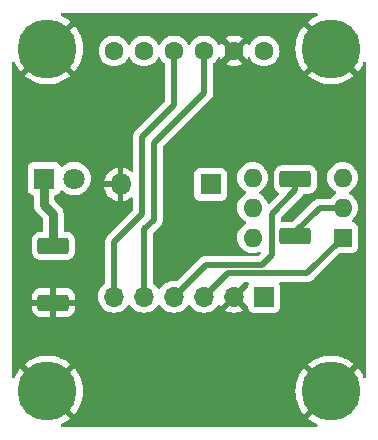
<source format=gbr>
%TF.GenerationSoftware,KiCad,Pcbnew,7.0.7*%
%TF.CreationDate,2024-02-22T12:36:16+00:00*%
%TF.ProjectId,solenoidInterface_rev0,736f6c65-6e6f-4696-9449-6e7465726661,rev?*%
%TF.SameCoordinates,Original*%
%TF.FileFunction,Copper,L2,Bot*%
%TF.FilePolarity,Positive*%
%FSLAX46Y46*%
G04 Gerber Fmt 4.6, Leading zero omitted, Abs format (unit mm)*
G04 Created by KiCad (PCBNEW 7.0.7) date 2024-02-22 12:36:16*
%MOMM*%
%LPD*%
G01*
G04 APERTURE LIST*
G04 Aperture macros list*
%AMRoundRect*
0 Rectangle with rounded corners*
0 $1 Rounding radius*
0 $2 $3 $4 $5 $6 $7 $8 $9 X,Y pos of 4 corners*
0 Add a 4 corners polygon primitive as box body*
4,1,4,$2,$3,$4,$5,$6,$7,$8,$9,$2,$3,0*
0 Add four circle primitives for the rounded corners*
1,1,$1+$1,$2,$3*
1,1,$1+$1,$4,$5*
1,1,$1+$1,$6,$7*
1,1,$1+$1,$8,$9*
0 Add four rect primitives between the rounded corners*
20,1,$1+$1,$2,$3,$4,$5,0*
20,1,$1+$1,$4,$5,$6,$7,0*
20,1,$1+$1,$6,$7,$8,$9,0*
20,1,$1+$1,$8,$9,$2,$3,0*%
G04 Aperture macros list end*
%TA.AperFunction,ComponentPad*%
%ADD10C,1.600000*%
%TD*%
%TA.AperFunction,ComponentPad*%
%ADD11R,1.700000X1.700000*%
%TD*%
%TA.AperFunction,ComponentPad*%
%ADD12O,1.700000X1.700000*%
%TD*%
%TA.AperFunction,ComponentPad*%
%ADD13R,1.600000X1.600000*%
%TD*%
%TA.AperFunction,ComponentPad*%
%ADD14O,1.600000X1.600000*%
%TD*%
%TA.AperFunction,ComponentPad*%
%ADD15C,0.800000*%
%TD*%
%TA.AperFunction,ComponentPad*%
%ADD16C,5.000000*%
%TD*%
%TA.AperFunction,ComponentPad*%
%ADD17R,1.800000X1.800000*%
%TD*%
%TA.AperFunction,ComponentPad*%
%ADD18C,1.800000*%
%TD*%
%TA.AperFunction,ComponentPad*%
%ADD19O,1.800000X1.800000*%
%TD*%
%TA.AperFunction,SMDPad,CuDef*%
%ADD20RoundRect,0.249999X1.075001X-0.450001X1.075001X0.450001X-1.075001X0.450001X-1.075001X-0.450001X0*%
%TD*%
%TA.AperFunction,Conductor*%
%ADD21C,0.750000*%
%TD*%
%TA.AperFunction,Conductor*%
%ADD22C,0.500000*%
%TD*%
G04 APERTURE END LIST*
D10*
%TO.P,J2,1,Pin_1*%
%TO.N,statusLED-*%
X8650000Y-3200000D03*
%TO.P,J2,2,Pin_2*%
%TO.N,statusLED+*%
X11190000Y-3200000D03*
%TO.P,J2,3,Pin_3*%
%TO.N,solenoidStateReturn*%
X13730000Y-3200000D03*
%TO.P,J2,4,Pin_4*%
%TO.N,solenoidState_BUS*%
X16270000Y-3200000D03*
%TO.P,J2,5,Pin_5*%
%TO.N,24VDC_GND*%
X18810000Y-3200000D03*
%TO.P,J2,6,Pin_6*%
%TO.N,solenoid+*%
X21350000Y-3200000D03*
%TD*%
D11*
%TO.P,J1,1,Pin_1*%
%TO.N,24VDC_HOT*%
X21350000Y-24000000D03*
D12*
%TO.P,J1,2,Pin_2*%
%TO.N,24VDC_GND*%
X18810000Y-24000000D03*
%TO.P,J1,3,Pin_3*%
%TO.N,solenoidSignal*%
X16270000Y-24000000D03*
%TO.P,J1,4,Pin_4*%
%TO.N,arduino_GND*%
X13730000Y-24000000D03*
%TO.P,J1,5,Pin_5*%
%TO.N,solenoidState_BUS*%
X11190000Y-24000000D03*
%TO.P,J1,6,Pin_6*%
%TO.N,solenoidStateReturn*%
X8650000Y-24000000D03*
%TD*%
D13*
%TO.P,U1,1*%
%TO.N,solenoidSignal*%
X28000000Y-19000000D03*
D14*
%TO.P,U1,2*%
%TO.N,Net-(R1-Pad1)*%
X28000000Y-16460000D03*
%TO.P,U1,3*%
%TO.N,unconnected-(U1-Pad3)*%
X28000000Y-13920000D03*
%TO.P,U1,4*%
%TO.N,solenoid+*%
X20380000Y-13920000D03*
%TO.P,U1,5*%
%TO.N,unconnected-(U1-Pad5)*%
X20380000Y-16460000D03*
%TO.P,U1,6*%
%TO.N,24VDC_HOT*%
X20380000Y-19000000D03*
%TD*%
D15*
%TO.P,H3,1,1*%
%TO.N,24VDC_GND*%
X25125000Y-32000000D03*
X25674175Y-30674175D03*
X25674175Y-33325825D03*
X27000000Y-30125000D03*
D16*
X27000000Y-32000000D03*
D15*
X27000000Y-33875000D03*
X28325825Y-30674175D03*
X28325825Y-33325825D03*
X28875000Y-32000000D03*
%TD*%
%TO.P,H1,1,1*%
%TO.N,24VDC_GND*%
X1125000Y-3000000D03*
X1674175Y-1674175D03*
X1674175Y-4325825D03*
X3000000Y-1125000D03*
D16*
X3000000Y-3000000D03*
D15*
X3000000Y-4875000D03*
X4325825Y-1674175D03*
X4325825Y-4325825D03*
X4875000Y-3000000D03*
%TD*%
%TO.P,H4,1,1*%
%TO.N,24VDC_GND*%
X1125000Y-32000000D03*
X1674175Y-30674175D03*
X1674175Y-33325825D03*
X3000000Y-30125000D03*
D16*
X3000000Y-32000000D03*
D15*
X3000000Y-33875000D03*
X4325825Y-30674175D03*
X4325825Y-33325825D03*
X4875000Y-32000000D03*
%TD*%
%TO.P,H2,1,1*%
%TO.N,24VDC_GND*%
X25125000Y-3000000D03*
X25674175Y-1674175D03*
X25674175Y-4325825D03*
X27000000Y-1125000D03*
D16*
X27000000Y-3000000D03*
D15*
X27000000Y-4875000D03*
X28325825Y-1674175D03*
X28325825Y-4325825D03*
X28875000Y-3000000D03*
%TD*%
D17*
%TO.P,D2,1,K*%
%TO.N,statusLED-*%
X2725000Y-14000000D03*
D18*
%TO.P,D2,2,A*%
%TO.N,statusLED+*%
X5265000Y-14000000D03*
%TD*%
D17*
%TO.P,D1,1,K*%
%TO.N,Net-(D1-K)*%
X16810000Y-14500000D03*
D19*
%TO.P,D1,2,A*%
%TO.N,24VDC_GND*%
X9190000Y-14500000D03*
%TD*%
D20*
%TO.P,R3,1*%
%TO.N,24VDC_GND*%
X3500000Y-24500000D03*
%TO.P,R3,2*%
%TO.N,statusLED-*%
X3500000Y-19700000D03*
%TD*%
%TO.P,R1,1*%
%TO.N,Net-(R1-Pad1)*%
X24000000Y-18875000D03*
%TO.P,R1,2*%
%TO.N,arduino_GND*%
X24000000Y-14075000D03*
%TD*%
D21*
%TO.N,statusLED-*%
X2725000Y-16225000D02*
X3500000Y-17000000D01*
X2725000Y-14000000D02*
X2725000Y-16225000D01*
X3500000Y-17000000D02*
X3500000Y-19700000D01*
D22*
%TO.N,solenoidSignal*%
X25000000Y-22000000D02*
X28000000Y-19000000D01*
X16270000Y-24000000D02*
X18270000Y-22000000D01*
X18270000Y-22000000D02*
X25000000Y-22000000D01*
%TO.N,solenoidStateReturn*%
X8650000Y-24000000D02*
X8650000Y-19350000D01*
X8650000Y-19350000D02*
X11000000Y-17000000D01*
X11000000Y-10500000D02*
X13730000Y-7770000D01*
X13730000Y-7770000D02*
X13730000Y-3200000D01*
X11000000Y-17000000D02*
X11000000Y-10500000D01*
%TO.N,solenoidState_BUS*%
X12000000Y-11000000D02*
X16270000Y-6730000D01*
X16270000Y-6730000D02*
X16270000Y-3200000D01*
X11190000Y-24000000D02*
X11190000Y-18310000D01*
X12000000Y-17500000D02*
X12000000Y-11000000D01*
X11190000Y-18310000D02*
X12000000Y-17500000D01*
%TO.N,Net-(R1-Pad1)*%
X24000000Y-18500000D02*
X26040000Y-16460000D01*
X24000000Y-18875000D02*
X24000000Y-18500000D01*
X26040000Y-16460000D02*
X28000000Y-16460000D01*
%TO.N,arduino_GND*%
X24000000Y-15000000D02*
X22000000Y-17000000D01*
X24000000Y-14075000D02*
X24000000Y-15000000D01*
X22000000Y-17000000D02*
X22000000Y-20500000D01*
X22000000Y-20500000D02*
X21200000Y-21300000D01*
X16430000Y-21300000D02*
X13730000Y-24000000D01*
X21200000Y-21300000D02*
X16430000Y-21300000D01*
%TD*%
%TA.AperFunction,Conductor*%
%TO.N,24VDC_GND*%
G36*
X20003270Y-22770185D02*
G01*
X20049025Y-22822989D01*
X20058969Y-22892147D01*
X20052413Y-22917833D01*
X20005908Y-23042517D01*
X19999501Y-23102116D01*
X19999501Y-23102123D01*
X19999500Y-23102135D01*
X19999500Y-23112689D01*
X19979815Y-23179728D01*
X19963181Y-23200370D01*
X19418949Y-23744602D01*
X19357626Y-23778087D01*
X19287934Y-23773103D01*
X19232001Y-23731231D01*
X19226953Y-23723961D01*
X19191761Y-23669202D01*
X19191760Y-23669201D01*
X19083100Y-23575048D01*
X19083099Y-23575047D01*
X19076398Y-23569241D01*
X19078708Y-23566574D01*
X19044005Y-23526528D01*
X19034058Y-23457370D01*
X19063080Y-23393813D01*
X19069116Y-23387330D01*
X19571457Y-22884989D01*
X19585161Y-22816807D01*
X19633776Y-22766624D01*
X19694922Y-22750500D01*
X19936231Y-22750500D01*
X20003270Y-22770185D01*
G37*
%TD.AperFunction*%
%TA.AperFunction,Conductor*%
G36*
X25833444Y-20185D02*
G01*
X25879199Y-72989D01*
X25889143Y-142147D01*
X25860118Y-205703D01*
X25812673Y-238365D01*
X25813057Y-239255D01*
X25809739Y-240685D01*
X25497461Y-397519D01*
X25205485Y-589554D01*
X25062817Y-709264D01*
X25599034Y-1245481D01*
X25632519Y-1306804D01*
X25627535Y-1376496D01*
X25585663Y-1432429D01*
X25580245Y-1436263D01*
X25493935Y-1493934D01*
X25493934Y-1493935D01*
X25436263Y-1580245D01*
X25382651Y-1625049D01*
X25313326Y-1633756D01*
X25250299Y-1603601D01*
X25245481Y-1599034D01*
X24706148Y-1059701D01*
X24706146Y-1059701D01*
X24697973Y-1068366D01*
X24489289Y-1348677D01*
X24314561Y-1651316D01*
X24314555Y-1651329D01*
X24176145Y-1972199D01*
X24075916Y-2306988D01*
X24075914Y-2306997D01*
X24015236Y-2651119D01*
X24015235Y-2651130D01*
X23994916Y-2999996D01*
X23994916Y-3000003D01*
X24015235Y-3348869D01*
X24015236Y-3348880D01*
X24075914Y-3693002D01*
X24075916Y-3693011D01*
X24176145Y-4027800D01*
X24314555Y-4348670D01*
X24314561Y-4348683D01*
X24489289Y-4651322D01*
X24697972Y-4931631D01*
X24697976Y-4931636D01*
X24706147Y-4940297D01*
X24706148Y-4940298D01*
X25245481Y-4400964D01*
X25306804Y-4367479D01*
X25376495Y-4372463D01*
X25432429Y-4414334D01*
X25436264Y-4419754D01*
X25438679Y-4423369D01*
X25438680Y-4423370D01*
X25479953Y-4485139D01*
X25493935Y-4506065D01*
X25580243Y-4563734D01*
X25625049Y-4617346D01*
X25633756Y-4686671D01*
X25603602Y-4749698D01*
X25599034Y-4754517D01*
X25062817Y-5290733D01*
X25062818Y-5290734D01*
X25205480Y-5410442D01*
X25497461Y-5602480D01*
X25809739Y-5759314D01*
X25809745Y-5759316D01*
X26138130Y-5878838D01*
X26138133Y-5878839D01*
X26478171Y-5959429D01*
X26825276Y-5999999D01*
X26825277Y-6000000D01*
X27174723Y-6000000D01*
X27174723Y-5999999D01*
X27521827Y-5959429D01*
X27521829Y-5959429D01*
X27861866Y-5878839D01*
X27861869Y-5878838D01*
X28190254Y-5759316D01*
X28190260Y-5759314D01*
X28502538Y-5602480D01*
X28794515Y-5410445D01*
X28937180Y-5290734D01*
X28937181Y-5290733D01*
X28400965Y-4754517D01*
X28367480Y-4693194D01*
X28372464Y-4623502D01*
X28414336Y-4567569D01*
X28419756Y-4563733D01*
X28423366Y-4561320D01*
X28423370Y-4561320D01*
X28506065Y-4506065D01*
X28561320Y-4423370D01*
X28561320Y-4423368D01*
X28563735Y-4419755D01*
X28617347Y-4374950D01*
X28686672Y-4366243D01*
X28749699Y-4396397D01*
X28754518Y-4400965D01*
X29293850Y-4940297D01*
X29302032Y-4931625D01*
X29510710Y-4651322D01*
X29685438Y-4348683D01*
X29685444Y-4348670D01*
X29761641Y-4172027D01*
X29806269Y-4118267D01*
X29872877Y-4097169D01*
X29940318Y-4115431D01*
X29987179Y-4167255D01*
X29999500Y-4221141D01*
X29999500Y-30778858D01*
X29979815Y-30845897D01*
X29927011Y-30891652D01*
X29857853Y-30901596D01*
X29794297Y-30872571D01*
X29761641Y-30827972D01*
X29685444Y-30651329D01*
X29685438Y-30651316D01*
X29510710Y-30348677D01*
X29302029Y-30068371D01*
X29293850Y-30059701D01*
X29293850Y-30059700D01*
X28754517Y-30599034D01*
X28693194Y-30632519D01*
X28623502Y-30627535D01*
X28567569Y-30585663D01*
X28563734Y-30580243D01*
X28506065Y-30493935D01*
X28419754Y-30436264D01*
X28374949Y-30382652D01*
X28366242Y-30313327D01*
X28396396Y-30250299D01*
X28400964Y-30245481D01*
X28937181Y-29709265D01*
X28937180Y-29709264D01*
X28794519Y-29589557D01*
X28502538Y-29397519D01*
X28190260Y-29240685D01*
X28190254Y-29240683D01*
X27861869Y-29121161D01*
X27861866Y-29121160D01*
X27521828Y-29040570D01*
X27174723Y-29000000D01*
X26825277Y-29000000D01*
X26478172Y-29040570D01*
X26478170Y-29040570D01*
X26138133Y-29121160D01*
X26138130Y-29121161D01*
X25809745Y-29240683D01*
X25809739Y-29240685D01*
X25497461Y-29397519D01*
X25205485Y-29589554D01*
X25062817Y-29709264D01*
X25599034Y-30245481D01*
X25632519Y-30306804D01*
X25627535Y-30376496D01*
X25585663Y-30432429D01*
X25580245Y-30436263D01*
X25493935Y-30493934D01*
X25493934Y-30493935D01*
X25436263Y-30580245D01*
X25382651Y-30625049D01*
X25313326Y-30633756D01*
X25250299Y-30603601D01*
X25245481Y-30599034D01*
X24706148Y-30059701D01*
X24706146Y-30059701D01*
X24697973Y-30068366D01*
X24489289Y-30348677D01*
X24314561Y-30651316D01*
X24314555Y-30651329D01*
X24176145Y-30972199D01*
X24075916Y-31306988D01*
X24075914Y-31306997D01*
X24015236Y-31651119D01*
X24015235Y-31651130D01*
X23994916Y-31999996D01*
X23994916Y-32000003D01*
X24015235Y-32348869D01*
X24015236Y-32348880D01*
X24075914Y-32693002D01*
X24075916Y-32693011D01*
X24176145Y-33027800D01*
X24314555Y-33348670D01*
X24314561Y-33348683D01*
X24489289Y-33651322D01*
X24697972Y-33931631D01*
X24697976Y-33931636D01*
X24706147Y-33940297D01*
X24706148Y-33940298D01*
X25245481Y-33400964D01*
X25306804Y-33367479D01*
X25376495Y-33372463D01*
X25432429Y-33414334D01*
X25436264Y-33419754D01*
X25493935Y-33506065D01*
X25580243Y-33563734D01*
X25625049Y-33617346D01*
X25633756Y-33686671D01*
X25603602Y-33749698D01*
X25599034Y-33754517D01*
X25062817Y-34290733D01*
X25062818Y-34290734D01*
X25205480Y-34410442D01*
X25497461Y-34602480D01*
X25809739Y-34759314D01*
X25813057Y-34760745D01*
X25812612Y-34761774D01*
X25865079Y-34800404D01*
X25890015Y-34865673D01*
X25875705Y-34934062D01*
X25826694Y-34983857D01*
X25766405Y-34999500D01*
X4233595Y-34999500D01*
X4166556Y-34979815D01*
X4120801Y-34927011D01*
X4110857Y-34857853D01*
X4139882Y-34794297D01*
X4187326Y-34761634D01*
X4186943Y-34760745D01*
X4190260Y-34759314D01*
X4502538Y-34602480D01*
X4794515Y-34410445D01*
X4937180Y-34290734D01*
X4937181Y-34290733D01*
X4400965Y-33754517D01*
X4367480Y-33693194D01*
X4372464Y-33623502D01*
X4414336Y-33567569D01*
X4419756Y-33563733D01*
X4423366Y-33561320D01*
X4423370Y-33561320D01*
X4506065Y-33506065D01*
X4561320Y-33423370D01*
X4561320Y-33423368D01*
X4563735Y-33419755D01*
X4617347Y-33374950D01*
X4686672Y-33366243D01*
X4749699Y-33396397D01*
X4754518Y-33400965D01*
X5293850Y-33940297D01*
X5302032Y-33931625D01*
X5510710Y-33651322D01*
X5685438Y-33348683D01*
X5685444Y-33348670D01*
X5823854Y-33027800D01*
X5924083Y-32693011D01*
X5924085Y-32693002D01*
X5984763Y-32348880D01*
X5984764Y-32348869D01*
X6005084Y-32000003D01*
X6005084Y-31999996D01*
X5984764Y-31651130D01*
X5984763Y-31651119D01*
X5924085Y-31306997D01*
X5924083Y-31306988D01*
X5823854Y-30972199D01*
X5685444Y-30651329D01*
X5685438Y-30651316D01*
X5510710Y-30348677D01*
X5302029Y-30068371D01*
X5293850Y-30059701D01*
X5293850Y-30059700D01*
X4754517Y-30599034D01*
X4693194Y-30632519D01*
X4623502Y-30627535D01*
X4567569Y-30585663D01*
X4563734Y-30580243D01*
X4506065Y-30493935D01*
X4419754Y-30436264D01*
X4374949Y-30382652D01*
X4366242Y-30313327D01*
X4396396Y-30250299D01*
X4400964Y-30245481D01*
X4937181Y-29709265D01*
X4937180Y-29709264D01*
X4794519Y-29589557D01*
X4502538Y-29397519D01*
X4190260Y-29240685D01*
X4190254Y-29240683D01*
X3861869Y-29121161D01*
X3861866Y-29121160D01*
X3521828Y-29040570D01*
X3174723Y-29000000D01*
X2825277Y-29000000D01*
X2478172Y-29040570D01*
X2478170Y-29040570D01*
X2138133Y-29121160D01*
X2138130Y-29121161D01*
X1809745Y-29240683D01*
X1809739Y-29240685D01*
X1497461Y-29397519D01*
X1205485Y-29589554D01*
X1062817Y-29709264D01*
X1599034Y-30245481D01*
X1632519Y-30306804D01*
X1627535Y-30376496D01*
X1585663Y-30432429D01*
X1580245Y-30436263D01*
X1493935Y-30493934D01*
X1493934Y-30493935D01*
X1436263Y-30580245D01*
X1382651Y-30625049D01*
X1313326Y-30633756D01*
X1250299Y-30603601D01*
X1245481Y-30599034D01*
X706148Y-30059701D01*
X706146Y-30059701D01*
X697973Y-30068366D01*
X489289Y-30348677D01*
X314561Y-30651316D01*
X314555Y-30651329D01*
X238359Y-30827972D01*
X193731Y-30881732D01*
X127123Y-30902830D01*
X59682Y-30884568D01*
X12821Y-30832744D01*
X500Y-30778858D01*
X500Y-24750000D01*
X1675001Y-24750000D01*
X1675001Y-24999986D01*
X1685494Y-25102696D01*
X1685494Y-25102698D01*
X1740640Y-25269119D01*
X1740645Y-25269130D01*
X1832680Y-25418340D01*
X1832683Y-25418344D01*
X1956655Y-25542316D01*
X1956659Y-25542319D01*
X2105869Y-25634354D01*
X2105880Y-25634359D01*
X2272302Y-25689505D01*
X2375020Y-25699999D01*
X3249999Y-25699999D01*
X3250000Y-25699998D01*
X3250000Y-24750000D01*
X3750000Y-24750000D01*
X3750000Y-25699999D01*
X4624972Y-25699999D01*
X4624986Y-25699998D01*
X4727696Y-25689505D01*
X4727698Y-25689505D01*
X4894119Y-25634359D01*
X4894130Y-25634354D01*
X5043340Y-25542319D01*
X5043344Y-25542316D01*
X5167316Y-25418344D01*
X5167319Y-25418340D01*
X5259354Y-25269130D01*
X5259359Y-25269119D01*
X5314505Y-25102697D01*
X5324999Y-24999986D01*
X5325000Y-24999973D01*
X5325000Y-24750000D01*
X3750000Y-24750000D01*
X3250000Y-24750000D01*
X1675001Y-24750000D01*
X500Y-24750000D01*
X500Y-24250000D01*
X1675000Y-24250000D01*
X3250000Y-24250000D01*
X3250000Y-23300000D01*
X3750000Y-23300000D01*
X3750000Y-24250000D01*
X5324999Y-24250000D01*
X5324999Y-24000028D01*
X5324998Y-24000013D01*
X5324997Y-24000000D01*
X7294341Y-24000000D01*
X7314936Y-24235403D01*
X7314938Y-24235413D01*
X7376094Y-24463655D01*
X7376096Y-24463659D01*
X7376097Y-24463663D01*
X7442568Y-24606210D01*
X7475965Y-24677830D01*
X7475967Y-24677834D01*
X7584281Y-24832521D01*
X7611505Y-24871401D01*
X7778599Y-25038495D01*
X7870287Y-25102696D01*
X7972165Y-25174032D01*
X7972167Y-25174033D01*
X7972170Y-25174035D01*
X8186337Y-25273903D01*
X8414592Y-25335063D01*
X8591034Y-25350500D01*
X8649999Y-25355659D01*
X8650000Y-25355659D01*
X8650001Y-25355659D01*
X8708966Y-25350500D01*
X8885408Y-25335063D01*
X9113663Y-25273903D01*
X9327830Y-25174035D01*
X9521401Y-25038495D01*
X9688495Y-24871401D01*
X9818424Y-24685842D01*
X9873002Y-24642217D01*
X9942500Y-24635023D01*
X10004855Y-24666546D01*
X10021575Y-24685842D01*
X10151500Y-24871395D01*
X10151505Y-24871401D01*
X10318599Y-25038495D01*
X10410287Y-25102696D01*
X10512165Y-25174032D01*
X10512167Y-25174033D01*
X10512170Y-25174035D01*
X10726337Y-25273903D01*
X10954592Y-25335063D01*
X11131034Y-25350500D01*
X11189999Y-25355659D01*
X11190000Y-25355659D01*
X11190001Y-25355659D01*
X11248966Y-25350500D01*
X11425408Y-25335063D01*
X11653663Y-25273903D01*
X11867830Y-25174035D01*
X12061401Y-25038495D01*
X12228495Y-24871401D01*
X12358424Y-24685842D01*
X12413002Y-24642217D01*
X12482500Y-24635023D01*
X12544855Y-24666546D01*
X12561575Y-24685842D01*
X12691500Y-24871395D01*
X12691505Y-24871401D01*
X12858599Y-25038495D01*
X12950287Y-25102696D01*
X13052165Y-25174032D01*
X13052167Y-25174033D01*
X13052170Y-25174035D01*
X13266337Y-25273903D01*
X13494592Y-25335063D01*
X13671034Y-25350500D01*
X13729999Y-25355659D01*
X13730000Y-25355659D01*
X13730001Y-25355659D01*
X13788966Y-25350500D01*
X13965408Y-25335063D01*
X14193663Y-25273903D01*
X14407830Y-25174035D01*
X14601401Y-25038495D01*
X14768495Y-24871401D01*
X14898424Y-24685842D01*
X14953002Y-24642217D01*
X15022500Y-24635023D01*
X15084855Y-24666546D01*
X15101575Y-24685842D01*
X15231500Y-24871395D01*
X15231505Y-24871401D01*
X15398599Y-25038495D01*
X15490287Y-25102696D01*
X15592165Y-25174032D01*
X15592167Y-25174033D01*
X15592170Y-25174035D01*
X15806337Y-25273903D01*
X16034592Y-25335063D01*
X16211034Y-25350500D01*
X16269999Y-25355659D01*
X16270000Y-25355659D01*
X16270001Y-25355659D01*
X16328966Y-25350500D01*
X16505408Y-25335063D01*
X16733663Y-25273903D01*
X16947830Y-25174035D01*
X17141401Y-25038495D01*
X17308495Y-24871401D01*
X17438732Y-24685403D01*
X17493307Y-24641780D01*
X17562805Y-24634586D01*
X17625160Y-24666109D01*
X17641880Y-24685405D01*
X17695073Y-24761373D01*
X18201050Y-24255395D01*
X18262373Y-24221910D01*
X18332064Y-24226894D01*
X18387998Y-24268765D01*
X18393039Y-24276025D01*
X18393048Y-24276039D01*
X18428239Y-24330798D01*
X18543602Y-24430759D01*
X18541293Y-24433422D01*
X18576006Y-24473499D01*
X18585935Y-24542660D01*
X18556898Y-24606210D01*
X18550882Y-24612669D01*
X18048625Y-25114925D01*
X18132421Y-25173599D01*
X18346507Y-25273429D01*
X18346516Y-25273433D01*
X18574673Y-25334567D01*
X18574684Y-25334569D01*
X18809998Y-25355157D01*
X18810002Y-25355157D01*
X19045315Y-25334569D01*
X19045326Y-25334567D01*
X19273483Y-25273433D01*
X19273492Y-25273429D01*
X19487578Y-25173600D01*
X19487582Y-25173598D01*
X19571373Y-25114926D01*
X19571373Y-25114925D01*
X19069116Y-24612669D01*
X19035631Y-24551346D01*
X19040615Y-24481655D01*
X19077640Y-24432193D01*
X19076398Y-24430759D01*
X19083100Y-24424952D01*
X19191761Y-24330798D01*
X19226954Y-24276037D01*
X19279755Y-24230283D01*
X19348914Y-24220339D01*
X19412470Y-24249363D01*
X19418949Y-24255396D01*
X19963181Y-24799629D01*
X19996666Y-24860952D01*
X19999500Y-24887301D01*
X19999500Y-24897865D01*
X19999501Y-24897876D01*
X20005908Y-24957483D01*
X20056202Y-25092328D01*
X20056206Y-25092335D01*
X20142452Y-25207544D01*
X20142455Y-25207547D01*
X20257664Y-25293793D01*
X20257671Y-25293797D01*
X20392517Y-25344091D01*
X20392516Y-25344091D01*
X20399444Y-25344835D01*
X20452127Y-25350500D01*
X22247872Y-25350499D01*
X22307483Y-25344091D01*
X22442331Y-25293796D01*
X22557546Y-25207546D01*
X22643796Y-25092331D01*
X22694091Y-24957483D01*
X22700500Y-24897873D01*
X22700499Y-23102128D01*
X22694091Y-23042517D01*
X22647587Y-22917833D01*
X22642603Y-22848141D01*
X22676088Y-22786818D01*
X22737411Y-22753334D01*
X22763769Y-22750500D01*
X24936295Y-22750500D01*
X24954265Y-22751809D01*
X24978023Y-22755289D01*
X25030068Y-22750735D01*
X25035470Y-22750500D01*
X25043704Y-22750500D01*
X25043709Y-22750500D01*
X25055327Y-22749141D01*
X25076276Y-22746693D01*
X25089028Y-22745577D01*
X25152797Y-22739999D01*
X25152805Y-22739996D01*
X25159866Y-22738539D01*
X25159878Y-22738598D01*
X25167243Y-22736965D01*
X25167229Y-22736906D01*
X25174246Y-22735241D01*
X25174255Y-22735241D01*
X25246423Y-22708974D01*
X25319334Y-22684814D01*
X25319343Y-22684807D01*
X25325882Y-22681760D01*
X25325908Y-22681816D01*
X25332690Y-22678532D01*
X25332663Y-22678478D01*
X25339106Y-22675240D01*
X25339117Y-22675237D01*
X25403283Y-22633034D01*
X25468656Y-22592712D01*
X25468662Y-22592705D01*
X25474325Y-22588229D01*
X25474362Y-22588277D01*
X25480204Y-22583518D01*
X25480164Y-22583471D01*
X25485691Y-22578832D01*
X25485696Y-22578830D01*
X25538386Y-22522981D01*
X27724548Y-20336817D01*
X27785871Y-20303333D01*
X27812229Y-20300499D01*
X28847871Y-20300499D01*
X28847872Y-20300499D01*
X28907483Y-20294091D01*
X29042331Y-20243796D01*
X29157546Y-20157546D01*
X29243796Y-20042331D01*
X29294091Y-19907483D01*
X29300500Y-19847873D01*
X29300499Y-18152128D01*
X29294091Y-18092517D01*
X29287830Y-18075731D01*
X29243797Y-17957671D01*
X29243793Y-17957664D01*
X29157547Y-17842455D01*
X29157544Y-17842452D01*
X29042335Y-17756206D01*
X29042328Y-17756202D01*
X28907482Y-17705908D01*
X28907483Y-17705908D01*
X28872404Y-17702137D01*
X28807853Y-17675399D01*
X28768005Y-17618006D01*
X28765512Y-17548181D01*
X28801165Y-17488092D01*
X28814539Y-17477272D01*
X28839140Y-17460046D01*
X29000045Y-17299141D01*
X29000045Y-17299140D01*
X29000047Y-17299139D01*
X29130568Y-17112734D01*
X29226739Y-16906496D01*
X29285635Y-16686692D01*
X29302634Y-16492384D01*
X29305468Y-16460001D01*
X29305468Y-16459998D01*
X29299283Y-16389303D01*
X29285635Y-16233308D01*
X29238434Y-16057151D01*
X29226741Y-16013511D01*
X29226738Y-16013502D01*
X29130568Y-15807266D01*
X29000047Y-15620861D01*
X29000045Y-15620858D01*
X28839141Y-15459954D01*
X28699672Y-15362298D01*
X28652734Y-15329432D01*
X28594722Y-15302380D01*
X28542284Y-15256208D01*
X28523133Y-15189014D01*
X28543349Y-15122133D01*
X28594721Y-15077619D01*
X28652734Y-15050568D01*
X28839139Y-14920047D01*
X29000047Y-14759139D01*
X29130568Y-14572734D01*
X29226739Y-14366496D01*
X29285635Y-14146692D01*
X29305468Y-13920000D01*
X29285635Y-13693308D01*
X29240916Y-13526415D01*
X29226741Y-13473511D01*
X29226738Y-13473502D01*
X29226132Y-13472202D01*
X29130568Y-13267266D01*
X29000047Y-13080861D01*
X29000045Y-13080858D01*
X28839141Y-12919954D01*
X28652734Y-12789432D01*
X28652732Y-12789431D01*
X28446497Y-12693261D01*
X28446488Y-12693258D01*
X28226697Y-12634366D01*
X28226693Y-12634365D01*
X28226692Y-12634365D01*
X28226691Y-12634364D01*
X28226686Y-12634364D01*
X28000002Y-12614532D01*
X27999998Y-12614532D01*
X27773313Y-12634364D01*
X27773302Y-12634366D01*
X27553511Y-12693258D01*
X27553502Y-12693261D01*
X27347267Y-12789431D01*
X27347265Y-12789432D01*
X27160858Y-12919954D01*
X26999954Y-13080858D01*
X26869432Y-13267265D01*
X26869431Y-13267267D01*
X26773261Y-13473502D01*
X26773258Y-13473511D01*
X26714366Y-13693302D01*
X26714364Y-13693313D01*
X26694532Y-13919998D01*
X26694532Y-13920001D01*
X26714364Y-14146686D01*
X26714366Y-14146697D01*
X26773258Y-14366488D01*
X26773261Y-14366497D01*
X26869431Y-14572732D01*
X26869432Y-14572734D01*
X26999954Y-14759141D01*
X27160858Y-14920045D01*
X27323479Y-15033912D01*
X27347266Y-15050568D01*
X27405278Y-15077619D01*
X27457713Y-15123788D01*
X27476866Y-15190982D01*
X27456651Y-15257863D01*
X27405277Y-15302380D01*
X27347268Y-15329430D01*
X27347265Y-15329432D01*
X27160858Y-15459954D01*
X26999954Y-15620858D01*
X26974912Y-15656623D01*
X26920335Y-15700248D01*
X26873337Y-15709500D01*
X26103705Y-15709500D01*
X26085735Y-15708191D01*
X26061972Y-15704710D01*
X26016533Y-15708686D01*
X26009931Y-15709264D01*
X26004530Y-15709500D01*
X25996289Y-15709500D01*
X25974579Y-15712037D01*
X25963724Y-15713306D01*
X25948419Y-15714644D01*
X25887199Y-15720001D01*
X25880132Y-15721460D01*
X25880120Y-15721404D01*
X25872763Y-15723035D01*
X25872777Y-15723092D01*
X25865743Y-15724759D01*
X25793575Y-15751025D01*
X25720675Y-15775181D01*
X25714126Y-15778236D01*
X25714101Y-15778183D01*
X25707308Y-15781471D01*
X25707334Y-15781523D01*
X25700880Y-15784764D01*
X25636708Y-15826971D01*
X25571347Y-15867285D01*
X25565683Y-15871765D01*
X25565647Y-15871719D01*
X25559798Y-15876484D01*
X25559835Y-15876528D01*
X25554310Y-15881164D01*
X25554304Y-15881169D01*
X25554304Y-15881170D01*
X25537789Y-15898675D01*
X25501597Y-15937035D01*
X23800451Y-17638181D01*
X23739128Y-17671666D01*
X23712770Y-17674500D01*
X22874500Y-17674500D01*
X22807461Y-17654815D01*
X22761706Y-17602011D01*
X22750500Y-17550500D01*
X22750500Y-17362228D01*
X22770185Y-17295189D01*
X22786814Y-17274552D01*
X24485638Y-15575727D01*
X24499267Y-15563950D01*
X24518530Y-15549610D01*
X24518532Y-15549606D01*
X24518534Y-15549606D01*
X24543658Y-15519663D01*
X24552113Y-15509585D01*
X24555767Y-15505599D01*
X24561589Y-15499778D01*
X24581928Y-15474054D01*
X24587162Y-15467815D01*
X24631302Y-15415214D01*
X24631304Y-15415209D01*
X24635272Y-15409179D01*
X24635323Y-15409212D01*
X24639372Y-15402856D01*
X24639320Y-15402824D01*
X24643110Y-15396678D01*
X24643109Y-15396678D01*
X24643111Y-15396677D01*
X24656629Y-15367687D01*
X24666232Y-15347095D01*
X24712404Y-15294656D01*
X24778614Y-15275500D01*
X25125005Y-15275500D01*
X25125010Y-15275500D01*
X25227798Y-15264999D01*
X25394335Y-15209814D01*
X25543656Y-15117712D01*
X25667712Y-14993656D01*
X25759814Y-14844335D01*
X25814999Y-14677798D01*
X25825500Y-14575010D01*
X25825500Y-13574990D01*
X25814999Y-13472202D01*
X25759814Y-13305665D01*
X25667712Y-13156344D01*
X25543656Y-13032288D01*
X25436322Y-12966084D01*
X25394337Y-12940187D01*
X25394332Y-12940185D01*
X25377197Y-12934507D01*
X25227798Y-12885001D01*
X25227796Y-12885000D01*
X25125017Y-12874500D01*
X25125010Y-12874500D01*
X22874990Y-12874500D01*
X22874982Y-12874500D01*
X22772203Y-12885000D01*
X22772202Y-12885001D01*
X22689669Y-12912349D01*
X22605667Y-12940185D01*
X22605662Y-12940187D01*
X22456342Y-13032289D01*
X22332289Y-13156342D01*
X22240187Y-13305662D01*
X22240185Y-13305667D01*
X22222953Y-13357671D01*
X22185001Y-13472202D01*
X22185001Y-13472203D01*
X22185000Y-13472203D01*
X22174500Y-13574982D01*
X22174500Y-14575017D01*
X22185000Y-14677796D01*
X22208926Y-14750000D01*
X22240186Y-14844335D01*
X22332288Y-14993656D01*
X22456344Y-15117712D01*
X22548359Y-15174467D01*
X22595083Y-15226415D01*
X22606306Y-15295378D01*
X22578462Y-15359460D01*
X22570943Y-15367687D01*
X21825890Y-16112740D01*
X21764567Y-16146225D01*
X21694875Y-16141241D01*
X21638942Y-16099369D01*
X21618434Y-16057151D01*
X21606742Y-16013513D01*
X21606738Y-16013502D01*
X21510568Y-15807266D01*
X21380047Y-15620861D01*
X21380045Y-15620858D01*
X21219141Y-15459954D01*
X21032734Y-15329432D01*
X21032728Y-15329429D01*
X20974725Y-15302382D01*
X20922285Y-15256210D01*
X20903133Y-15189017D01*
X20923348Y-15122135D01*
X20974725Y-15077618D01*
X21032734Y-15050568D01*
X21219139Y-14920047D01*
X21380047Y-14759139D01*
X21510568Y-14572734D01*
X21606739Y-14366496D01*
X21665635Y-14146692D01*
X21685468Y-13920000D01*
X21665635Y-13693308D01*
X21620916Y-13526415D01*
X21606741Y-13473511D01*
X21606738Y-13473502D01*
X21606132Y-13472202D01*
X21510568Y-13267266D01*
X21380047Y-13080861D01*
X21380045Y-13080858D01*
X21219141Y-12919954D01*
X21032734Y-12789432D01*
X21032732Y-12789431D01*
X20826497Y-12693261D01*
X20826488Y-12693258D01*
X20606697Y-12634366D01*
X20606693Y-12634365D01*
X20606692Y-12634365D01*
X20606691Y-12634364D01*
X20606686Y-12634364D01*
X20380002Y-12614532D01*
X20379998Y-12614532D01*
X20153313Y-12634364D01*
X20153302Y-12634366D01*
X19933511Y-12693258D01*
X19933502Y-12693261D01*
X19727267Y-12789431D01*
X19727265Y-12789432D01*
X19540858Y-12919954D01*
X19379954Y-13080858D01*
X19249432Y-13267265D01*
X19249431Y-13267267D01*
X19153261Y-13473502D01*
X19153258Y-13473511D01*
X19094366Y-13693302D01*
X19094364Y-13693313D01*
X19074532Y-13919998D01*
X19074532Y-13920001D01*
X19094364Y-14146686D01*
X19094366Y-14146697D01*
X19153258Y-14366488D01*
X19153261Y-14366497D01*
X19249431Y-14572732D01*
X19249432Y-14572734D01*
X19379954Y-14759141D01*
X19540858Y-14920045D01*
X19540861Y-14920047D01*
X19727266Y-15050568D01*
X19785275Y-15077618D01*
X19837714Y-15123791D01*
X19856866Y-15190984D01*
X19836650Y-15257865D01*
X19785275Y-15302382D01*
X19727267Y-15329431D01*
X19727265Y-15329432D01*
X19540858Y-15459954D01*
X19379954Y-15620858D01*
X19249432Y-15807265D01*
X19249431Y-15807267D01*
X19153261Y-16013502D01*
X19153258Y-16013511D01*
X19094366Y-16233302D01*
X19094364Y-16233313D01*
X19074532Y-16459998D01*
X19074532Y-16460001D01*
X19094364Y-16686686D01*
X19094366Y-16686697D01*
X19153258Y-16906488D01*
X19153261Y-16906497D01*
X19249431Y-17112732D01*
X19249432Y-17112734D01*
X19379954Y-17299141D01*
X19540858Y-17460045D01*
X19580914Y-17488092D01*
X19727266Y-17590568D01*
X19785275Y-17617618D01*
X19837714Y-17663791D01*
X19856866Y-17730984D01*
X19836650Y-17797865D01*
X19785275Y-17842381D01*
X19785118Y-17842455D01*
X19727267Y-17869431D01*
X19727265Y-17869432D01*
X19540858Y-17999954D01*
X19379954Y-18160858D01*
X19249432Y-18347265D01*
X19249431Y-18347267D01*
X19153261Y-18553502D01*
X19153258Y-18553511D01*
X19094366Y-18773302D01*
X19094364Y-18773313D01*
X19074532Y-18999998D01*
X19074532Y-19000001D01*
X19094364Y-19226686D01*
X19094366Y-19226697D01*
X19153258Y-19446488D01*
X19153261Y-19446497D01*
X19249431Y-19652732D01*
X19249432Y-19652734D01*
X19379954Y-19839141D01*
X19540858Y-20000045D01*
X19540861Y-20000047D01*
X19727266Y-20130568D01*
X19933504Y-20226739D01*
X20153308Y-20285635D01*
X20295262Y-20298054D01*
X20340039Y-20301972D01*
X20379124Y-20317260D01*
X20395833Y-20306523D01*
X20419961Y-20301972D01*
X20458828Y-20298571D01*
X20606692Y-20285635D01*
X20826496Y-20226739D01*
X20911281Y-20187202D01*
X20980356Y-20176711D01*
X21044140Y-20205230D01*
X21082380Y-20263706D01*
X21082935Y-20333574D01*
X21051366Y-20387265D01*
X20925449Y-20513182D01*
X20864129Y-20546666D01*
X20837770Y-20549500D01*
X20430768Y-20549500D01*
X20378332Y-20534102D01*
X20353664Y-20547069D01*
X20329232Y-20549500D01*
X16493705Y-20549500D01*
X16475735Y-20548191D01*
X16451972Y-20544710D01*
X16406533Y-20548686D01*
X16399931Y-20549264D01*
X16394530Y-20549500D01*
X16386289Y-20549500D01*
X16364579Y-20552037D01*
X16353724Y-20553306D01*
X16338419Y-20554644D01*
X16277199Y-20560001D01*
X16270132Y-20561460D01*
X16270120Y-20561404D01*
X16262763Y-20563035D01*
X16262777Y-20563092D01*
X16255743Y-20564759D01*
X16183575Y-20591025D01*
X16110675Y-20615181D01*
X16104126Y-20618236D01*
X16104101Y-20618183D01*
X16097308Y-20621471D01*
X16097334Y-20621523D01*
X16090880Y-20624764D01*
X16026708Y-20666971D01*
X15961347Y-20707285D01*
X15955683Y-20711765D01*
X15955647Y-20711719D01*
X15949798Y-20716484D01*
X15949835Y-20716528D01*
X15944310Y-20721164D01*
X15944304Y-20721169D01*
X15944304Y-20721170D01*
X15909141Y-20758440D01*
X15891597Y-20777035D01*
X14041500Y-22627130D01*
X13980177Y-22660615D01*
X13943012Y-22662977D01*
X13730002Y-22644341D01*
X13729999Y-22644341D01*
X13494596Y-22664936D01*
X13494586Y-22664938D01*
X13266344Y-22726094D01*
X13266335Y-22726098D01*
X13052171Y-22825964D01*
X13052169Y-22825965D01*
X12858597Y-22961505D01*
X12691505Y-23128597D01*
X12561575Y-23314158D01*
X12506998Y-23357783D01*
X12437500Y-23364977D01*
X12375145Y-23333454D01*
X12358425Y-23314158D01*
X12228494Y-23128597D01*
X12061404Y-22961507D01*
X11993375Y-22913872D01*
X11949751Y-22859294D01*
X11940500Y-22812298D01*
X11940500Y-18672229D01*
X11960185Y-18605190D01*
X11976815Y-18584552D01*
X12485642Y-18075724D01*
X12499271Y-18063947D01*
X12518530Y-18049610D01*
X12552101Y-18009601D01*
X12555761Y-18005606D01*
X12561590Y-17999778D01*
X12581941Y-17974039D01*
X12587948Y-17966879D01*
X12631302Y-17915214D01*
X12631306Y-17915205D01*
X12635274Y-17909175D01*
X12635325Y-17909208D01*
X12639372Y-17902856D01*
X12639320Y-17902824D01*
X12643112Y-17896675D01*
X12675575Y-17827058D01*
X12710036Y-17758440D01*
X12710040Y-17758433D01*
X12710042Y-17758421D01*
X12712509Y-17751646D01*
X12712567Y-17751667D01*
X12715043Y-17744546D01*
X12714986Y-17744528D01*
X12717257Y-17737673D01*
X12732792Y-17662434D01*
X12750498Y-17587728D01*
X12750500Y-17587721D01*
X12750500Y-17587710D01*
X12751338Y-17580548D01*
X12751398Y-17580555D01*
X12752164Y-17573055D01*
X12752105Y-17573050D01*
X12752734Y-17565860D01*
X12750500Y-17489083D01*
X12750500Y-15447870D01*
X15409500Y-15447870D01*
X15409501Y-15447876D01*
X15415908Y-15507483D01*
X15466202Y-15642328D01*
X15466206Y-15642335D01*
X15552452Y-15757544D01*
X15552455Y-15757547D01*
X15667664Y-15843793D01*
X15667671Y-15843797D01*
X15802517Y-15894091D01*
X15802516Y-15894091D01*
X15809444Y-15894835D01*
X15862127Y-15900500D01*
X17757872Y-15900499D01*
X17817483Y-15894091D01*
X17952331Y-15843796D01*
X18067546Y-15757546D01*
X18153796Y-15642331D01*
X18204091Y-15507483D01*
X18210500Y-15447873D01*
X18210499Y-13552128D01*
X18204091Y-13492517D01*
X18197002Y-13473511D01*
X18153797Y-13357671D01*
X18153793Y-13357664D01*
X18067547Y-13242455D01*
X18067544Y-13242452D01*
X17952335Y-13156206D01*
X17952328Y-13156202D01*
X17817482Y-13105908D01*
X17817483Y-13105908D01*
X17757883Y-13099501D01*
X17757881Y-13099500D01*
X17757873Y-13099500D01*
X17757864Y-13099500D01*
X15862129Y-13099500D01*
X15862123Y-13099501D01*
X15802516Y-13105908D01*
X15667671Y-13156202D01*
X15667664Y-13156206D01*
X15552455Y-13242452D01*
X15552452Y-13242455D01*
X15466206Y-13357664D01*
X15466202Y-13357671D01*
X15415908Y-13492517D01*
X15410406Y-13543699D01*
X15409501Y-13552123D01*
X15409500Y-13552135D01*
X15409500Y-15447870D01*
X12750500Y-15447870D01*
X12750500Y-11362229D01*
X12770185Y-11295190D01*
X12786819Y-11274548D01*
X14137095Y-9924272D01*
X16755642Y-7305724D01*
X16769271Y-7293947D01*
X16788530Y-7279610D01*
X16822101Y-7239601D01*
X16825761Y-7235606D01*
X16828288Y-7233080D01*
X16831591Y-7229777D01*
X16851940Y-7204040D01*
X16901302Y-7145214D01*
X16901306Y-7145205D01*
X16905274Y-7139175D01*
X16905325Y-7139208D01*
X16909372Y-7132856D01*
X16909320Y-7132824D01*
X16913112Y-7126675D01*
X16945575Y-7057058D01*
X16980036Y-6988440D01*
X16980040Y-6988433D01*
X16980042Y-6988421D01*
X16982509Y-6981646D01*
X16982567Y-6981667D01*
X16985043Y-6974546D01*
X16984986Y-6974528D01*
X16987257Y-6967673D01*
X17002792Y-6892434D01*
X17020498Y-6817728D01*
X17020500Y-6817721D01*
X17020500Y-6817710D01*
X17021338Y-6810548D01*
X17021398Y-6810555D01*
X17022164Y-6803055D01*
X17022105Y-6803050D01*
X17022734Y-6795860D01*
X17020500Y-6719082D01*
X17020500Y-4326662D01*
X17040185Y-4259623D01*
X17073379Y-4225086D01*
X17109139Y-4200047D01*
X17270047Y-4039139D01*
X17400568Y-3852734D01*
X17427895Y-3794129D01*
X17474064Y-3741695D01*
X17541257Y-3722542D01*
X17608139Y-3742757D01*
X17652657Y-3794133D01*
X17679865Y-3852481D01*
X17679866Y-3852483D01*
X17730973Y-3925471D01*
X17730973Y-3925472D01*
X18161481Y-3494963D01*
X18222804Y-3461478D01*
X18292495Y-3466462D01*
X18348429Y-3508333D01*
X18351514Y-3513249D01*
X18351549Y-3513225D01*
X18356441Y-3520156D01*
X18426089Y-3594730D01*
X18459638Y-3630652D01*
X18494698Y-3651973D01*
X18541749Y-3703623D01*
X18553407Y-3772513D01*
X18525970Y-3836770D01*
X18517950Y-3845601D01*
X18084526Y-4279025D01*
X18084526Y-4279026D01*
X18157512Y-4330131D01*
X18157516Y-4330133D01*
X18363673Y-4426265D01*
X18363682Y-4426269D01*
X18583389Y-4485139D01*
X18583400Y-4485141D01*
X18809998Y-4504966D01*
X18810002Y-4504966D01*
X19036599Y-4485141D01*
X19036610Y-4485139D01*
X19256317Y-4426269D01*
X19256331Y-4426264D01*
X19462478Y-4330136D01*
X19535472Y-4279025D01*
X19103165Y-3846719D01*
X19069680Y-3785396D01*
X19074664Y-3715705D01*
X19112589Y-3662852D01*
X19215739Y-3578934D01*
X19266052Y-3507655D01*
X19320793Y-3464239D01*
X19390318Y-3457309D01*
X19452553Y-3489067D01*
X19455037Y-3491483D01*
X19889025Y-3925472D01*
X19940133Y-3852482D01*
X19967341Y-3794135D01*
X20013513Y-3741696D01*
X20080707Y-3722543D01*
X20147588Y-3742758D01*
X20192105Y-3794132D01*
X20219432Y-3852734D01*
X20270363Y-3925471D01*
X20349954Y-4039141D01*
X20510858Y-4200045D01*
X20510861Y-4200047D01*
X20697266Y-4330568D01*
X20903504Y-4426739D01*
X21123308Y-4485635D01*
X21285230Y-4499801D01*
X21349998Y-4505468D01*
X21350000Y-4505468D01*
X21350002Y-4505468D01*
X21406672Y-4500509D01*
X21576692Y-4485635D01*
X21796496Y-4426739D01*
X22002734Y-4330568D01*
X22189139Y-4200047D01*
X22350047Y-4039139D01*
X22480568Y-3852734D01*
X22576739Y-3646496D01*
X22635635Y-3426692D01*
X22655468Y-3200000D01*
X22652709Y-3168470D01*
X22645586Y-3087047D01*
X22635635Y-2973308D01*
X22576739Y-2753504D01*
X22480568Y-2547266D01*
X22350047Y-2360861D01*
X22350045Y-2360858D01*
X22189141Y-2199954D01*
X22002734Y-2069432D01*
X22002732Y-2069431D01*
X21796497Y-1973261D01*
X21796488Y-1973258D01*
X21576697Y-1914366D01*
X21576693Y-1914365D01*
X21576692Y-1914365D01*
X21576691Y-1914364D01*
X21576686Y-1914364D01*
X21350002Y-1894532D01*
X21349998Y-1894532D01*
X21123313Y-1914364D01*
X21123302Y-1914366D01*
X20903511Y-1973258D01*
X20903502Y-1973261D01*
X20697267Y-2069431D01*
X20697265Y-2069432D01*
X20510858Y-2199954D01*
X20349954Y-2360858D01*
X20219433Y-2547264D01*
X20192106Y-2605867D01*
X20145933Y-2658306D01*
X20078739Y-2677457D01*
X20011858Y-2657241D01*
X19967342Y-2605865D01*
X19940135Y-2547520D01*
X19940131Y-2547512D01*
X19889025Y-2474526D01*
X19458517Y-2905035D01*
X19397194Y-2938520D01*
X19327502Y-2933536D01*
X19271569Y-2891664D01*
X19268486Y-2886750D01*
X19268451Y-2886775D01*
X19263558Y-2879843D01*
X19160360Y-2769346D01*
X19160358Y-2769345D01*
X19125300Y-2748026D01*
X19078248Y-2696375D01*
X19066590Y-2627485D01*
X19094027Y-2563228D01*
X19102047Y-2554397D01*
X19535472Y-2120973D01*
X19462483Y-2069866D01*
X19462481Y-2069865D01*
X19256326Y-1973734D01*
X19256317Y-1973730D01*
X19036610Y-1914860D01*
X19036599Y-1914858D01*
X18810002Y-1895034D01*
X18809998Y-1895034D01*
X18583400Y-1914858D01*
X18583389Y-1914860D01*
X18363682Y-1973730D01*
X18363673Y-1973734D01*
X18157513Y-2069868D01*
X18084527Y-2120972D01*
X18084526Y-2120973D01*
X18516834Y-2553280D01*
X18550319Y-2614603D01*
X18545335Y-2684294D01*
X18507408Y-2737149D01*
X18404261Y-2821066D01*
X18404260Y-2821067D01*
X18404258Y-2821069D01*
X18353947Y-2892344D01*
X18299205Y-2935761D01*
X18229680Y-2942690D01*
X18167445Y-2910931D01*
X18164962Y-2908516D01*
X17730973Y-2474526D01*
X17730972Y-2474527D01*
X17679869Y-2547511D01*
X17652657Y-2605867D01*
X17606484Y-2658306D01*
X17539290Y-2677457D01*
X17472409Y-2657241D01*
X17427893Y-2605865D01*
X17400682Y-2547512D01*
X17400568Y-2547266D01*
X17270047Y-2360861D01*
X17270045Y-2360858D01*
X17109141Y-2199954D01*
X16922734Y-2069432D01*
X16922732Y-2069431D01*
X16716497Y-1973261D01*
X16716488Y-1973258D01*
X16496697Y-1914366D01*
X16496693Y-1914365D01*
X16496692Y-1914365D01*
X16496691Y-1914364D01*
X16496686Y-1914364D01*
X16270002Y-1894532D01*
X16269998Y-1894532D01*
X16043313Y-1914364D01*
X16043302Y-1914366D01*
X15823511Y-1973258D01*
X15823502Y-1973261D01*
X15617267Y-2069431D01*
X15617265Y-2069432D01*
X15430858Y-2199954D01*
X15269954Y-2360858D01*
X15139432Y-2547265D01*
X15139431Y-2547267D01*
X15112382Y-2605275D01*
X15066209Y-2657714D01*
X14999016Y-2676866D01*
X14932135Y-2656650D01*
X14887618Y-2605275D01*
X14860686Y-2547520D01*
X14860568Y-2547266D01*
X14730047Y-2360861D01*
X14730045Y-2360858D01*
X14569141Y-2199954D01*
X14382734Y-2069432D01*
X14382732Y-2069431D01*
X14176497Y-1973261D01*
X14176488Y-1973258D01*
X13956697Y-1914366D01*
X13956693Y-1914365D01*
X13956692Y-1914365D01*
X13956691Y-1914364D01*
X13956686Y-1914364D01*
X13730002Y-1894532D01*
X13729998Y-1894532D01*
X13503313Y-1914364D01*
X13503302Y-1914366D01*
X13283511Y-1973258D01*
X13283502Y-1973261D01*
X13077267Y-2069431D01*
X13077265Y-2069432D01*
X12890858Y-2199954D01*
X12729954Y-2360858D01*
X12599432Y-2547265D01*
X12599431Y-2547267D01*
X12572382Y-2605275D01*
X12526209Y-2657714D01*
X12459016Y-2676866D01*
X12392135Y-2656650D01*
X12347618Y-2605275D01*
X12320686Y-2547520D01*
X12320568Y-2547266D01*
X12190047Y-2360861D01*
X12190045Y-2360858D01*
X12029141Y-2199954D01*
X11842734Y-2069432D01*
X11842732Y-2069431D01*
X11636497Y-1973261D01*
X11636488Y-1973258D01*
X11416697Y-1914366D01*
X11416693Y-1914365D01*
X11416692Y-1914365D01*
X11416691Y-1914364D01*
X11416686Y-1914364D01*
X11190002Y-1894532D01*
X11189998Y-1894532D01*
X10963313Y-1914364D01*
X10963302Y-1914366D01*
X10743511Y-1973258D01*
X10743502Y-1973261D01*
X10537267Y-2069431D01*
X10537265Y-2069432D01*
X10350858Y-2199954D01*
X10189954Y-2360858D01*
X10059432Y-2547265D01*
X10059431Y-2547267D01*
X10032382Y-2605275D01*
X9986209Y-2657714D01*
X9919016Y-2676866D01*
X9852135Y-2656650D01*
X9807618Y-2605275D01*
X9780686Y-2547520D01*
X9780568Y-2547266D01*
X9650047Y-2360861D01*
X9650045Y-2360858D01*
X9489141Y-2199954D01*
X9302734Y-2069432D01*
X9302732Y-2069431D01*
X9096497Y-1973261D01*
X9096488Y-1973258D01*
X8876697Y-1914366D01*
X8876693Y-1914365D01*
X8876692Y-1914365D01*
X8876691Y-1914364D01*
X8876686Y-1914364D01*
X8650002Y-1894532D01*
X8649998Y-1894532D01*
X8423313Y-1914364D01*
X8423302Y-1914366D01*
X8203511Y-1973258D01*
X8203502Y-1973261D01*
X7997267Y-2069431D01*
X7997265Y-2069432D01*
X7810858Y-2199954D01*
X7649954Y-2360858D01*
X7519432Y-2547265D01*
X7519431Y-2547267D01*
X7423261Y-2753502D01*
X7423258Y-2753511D01*
X7364366Y-2973302D01*
X7364364Y-2973313D01*
X7344532Y-3199998D01*
X7344532Y-3200001D01*
X7364364Y-3426686D01*
X7364366Y-3426697D01*
X7423258Y-3646488D01*
X7423261Y-3646497D01*
X7519431Y-3852732D01*
X7519432Y-3852734D01*
X7649954Y-4039141D01*
X7810858Y-4200045D01*
X7810861Y-4200047D01*
X7997266Y-4330568D01*
X8203504Y-4426739D01*
X8423308Y-4485635D01*
X8585230Y-4499801D01*
X8649998Y-4505468D01*
X8650000Y-4505468D01*
X8650002Y-4505468D01*
X8706672Y-4500509D01*
X8876692Y-4485635D01*
X9096496Y-4426739D01*
X9302734Y-4330568D01*
X9489139Y-4200047D01*
X9650047Y-4039139D01*
X9780568Y-3852734D01*
X9807618Y-3794724D01*
X9853790Y-3742285D01*
X9920983Y-3723133D01*
X9987865Y-3743348D01*
X10032382Y-3794725D01*
X10059429Y-3852728D01*
X10059432Y-3852734D01*
X10189954Y-4039141D01*
X10350858Y-4200045D01*
X10350861Y-4200047D01*
X10537266Y-4330568D01*
X10743504Y-4426739D01*
X10963308Y-4485635D01*
X11125230Y-4499801D01*
X11189998Y-4505468D01*
X11190000Y-4505468D01*
X11190002Y-4505468D01*
X11246672Y-4500509D01*
X11416692Y-4485635D01*
X11636496Y-4426739D01*
X11842734Y-4330568D01*
X12029139Y-4200047D01*
X12190047Y-4039139D01*
X12320568Y-3852734D01*
X12347619Y-3794721D01*
X12393788Y-3742286D01*
X12460981Y-3723133D01*
X12527862Y-3743348D01*
X12572380Y-3794722D01*
X12599432Y-3852734D01*
X12650363Y-3925471D01*
X12729954Y-4039141D01*
X12890859Y-4200046D01*
X12904824Y-4209824D01*
X12926619Y-4225085D01*
X12926621Y-4225086D01*
X12970247Y-4279662D01*
X12979500Y-4326662D01*
X12979500Y-7407769D01*
X12959815Y-7474808D01*
X12943181Y-7495450D01*
X10514358Y-9924272D01*
X10500729Y-9936051D01*
X10481468Y-9950390D01*
X10447898Y-9990397D01*
X10444253Y-9994376D01*
X10438409Y-10000222D01*
X10418059Y-10025959D01*
X10368695Y-10084789D01*
X10364729Y-10090819D01*
X10364682Y-10090788D01*
X10360630Y-10097147D01*
X10360679Y-10097177D01*
X10356889Y-10103321D01*
X10324424Y-10172941D01*
X10289960Y-10241566D01*
X10287488Y-10248357D01*
X10287432Y-10248336D01*
X10284960Y-10255450D01*
X10285015Y-10255469D01*
X10282742Y-10262327D01*
X10274975Y-10299946D01*
X10267207Y-10337565D01*
X10254001Y-10393284D01*
X10249498Y-10412286D01*
X10248661Y-10419454D01*
X10248601Y-10419447D01*
X10247835Y-10426945D01*
X10247895Y-10426951D01*
X10247265Y-10434140D01*
X10249500Y-10510916D01*
X10249500Y-13296914D01*
X10229815Y-13363953D01*
X10177011Y-13409708D01*
X10107853Y-13419652D01*
X10049338Y-13394767D01*
X9958356Y-13323953D01*
X9958351Y-13323949D01*
X9754302Y-13213523D01*
X9754293Y-13213520D01*
X9534861Y-13138188D01*
X9440000Y-13122359D01*
X9440000Y-13938178D01*
X9420315Y-14005217D01*
X9367511Y-14050972D01*
X9298353Y-14060916D01*
X9279454Y-14056670D01*
X9257829Y-14050000D01*
X9257827Y-14050000D01*
X9156276Y-14050000D01*
X9156268Y-14050000D01*
X9082481Y-14061122D01*
X9013256Y-14051649D01*
X8960143Y-14006254D01*
X8940003Y-13939350D01*
X8940000Y-13938507D01*
X8940000Y-13122359D01*
X8939999Y-13122359D01*
X8845138Y-13138188D01*
X8625706Y-13213520D01*
X8625697Y-13213523D01*
X8421648Y-13323949D01*
X8421644Y-13323952D01*
X8238562Y-13466451D01*
X8238558Y-13466454D01*
X8081414Y-13637157D01*
X7954516Y-13831390D01*
X7861317Y-14043864D01*
X7809117Y-14250000D01*
X8629997Y-14250000D01*
X8697036Y-14269685D01*
X8742791Y-14322489D01*
X8752735Y-14391647D01*
X8750888Y-14401592D01*
X8736189Y-14465992D01*
X8736189Y-14465993D01*
X8747021Y-14610532D01*
X8744920Y-14610689D01*
X8741405Y-14668139D01*
X8700110Y-14724499D01*
X8634899Y-14749587D01*
X8624784Y-14750000D01*
X7809117Y-14750000D01*
X7861317Y-14956135D01*
X7954516Y-15168609D01*
X8081414Y-15362842D01*
X8238558Y-15533545D01*
X8238562Y-15533548D01*
X8421644Y-15676047D01*
X8421648Y-15676050D01*
X8625697Y-15786476D01*
X8625706Y-15786479D01*
X8845139Y-15861811D01*
X8939999Y-15877640D01*
X8940000Y-15877639D01*
X8940000Y-15061821D01*
X8959685Y-14994782D01*
X9012489Y-14949027D01*
X9081647Y-14939083D01*
X9100547Y-14943329D01*
X9122173Y-14950000D01*
X9223723Y-14950000D01*
X9223724Y-14950000D01*
X9297519Y-14938877D01*
X9366742Y-14948350D01*
X9419857Y-14993744D01*
X9439997Y-15060648D01*
X9440000Y-15061492D01*
X9440000Y-15877640D01*
X9534860Y-15861811D01*
X9754293Y-15786479D01*
X9754302Y-15786476D01*
X9958350Y-15676050D01*
X10049337Y-15605232D01*
X10114331Y-15579589D01*
X10182871Y-15593155D01*
X10233196Y-15641623D01*
X10249500Y-15703085D01*
X10249500Y-16637769D01*
X10229815Y-16704808D01*
X10213181Y-16725450D01*
X8164358Y-18774272D01*
X8150729Y-18786051D01*
X8131468Y-18800390D01*
X8097898Y-18840397D01*
X8094253Y-18844376D01*
X8088409Y-18850222D01*
X8068059Y-18875959D01*
X8018695Y-18934789D01*
X8014729Y-18940819D01*
X8014682Y-18940788D01*
X8010630Y-18947147D01*
X8010679Y-18947177D01*
X8006889Y-18953321D01*
X7974424Y-19022941D01*
X7939960Y-19091566D01*
X7937488Y-19098357D01*
X7937432Y-19098336D01*
X7934960Y-19105450D01*
X7935015Y-19105469D01*
X7932742Y-19112327D01*
X7919865Y-19174688D01*
X7917207Y-19187565D01*
X7914264Y-19199982D01*
X7899501Y-19262270D01*
X7898663Y-19269443D01*
X7898605Y-19269436D01*
X7897837Y-19276950D01*
X7897894Y-19276955D01*
X7897265Y-19284137D01*
X7899500Y-19360916D01*
X7899500Y-22812298D01*
X7879815Y-22879337D01*
X7846625Y-22913872D01*
X7778595Y-22961507D01*
X7611505Y-23128597D01*
X7475965Y-23322169D01*
X7475964Y-23322171D01*
X7376098Y-23536335D01*
X7376094Y-23536344D01*
X7314938Y-23764586D01*
X7314936Y-23764596D01*
X7294341Y-23999999D01*
X7294341Y-24000000D01*
X5324997Y-24000000D01*
X5314505Y-23897303D01*
X5314505Y-23897301D01*
X5259359Y-23730880D01*
X5259354Y-23730869D01*
X5167319Y-23581659D01*
X5167316Y-23581655D01*
X5043344Y-23457683D01*
X5043340Y-23457680D01*
X4894130Y-23365645D01*
X4894119Y-23365640D01*
X4727697Y-23310494D01*
X4624986Y-23300000D01*
X3750000Y-23300000D01*
X3250000Y-23300000D01*
X2375028Y-23300000D01*
X2375012Y-23300001D01*
X2272303Y-23310494D01*
X2272301Y-23310494D01*
X2105880Y-23365640D01*
X2105869Y-23365645D01*
X1956659Y-23457680D01*
X1956655Y-23457683D01*
X1832683Y-23581655D01*
X1832680Y-23581659D01*
X1740645Y-23730869D01*
X1740640Y-23730880D01*
X1685494Y-23897302D01*
X1675000Y-24000013D01*
X1675000Y-24250000D01*
X500Y-24250000D01*
X500Y-14947870D01*
X1324500Y-14947870D01*
X1324501Y-14947876D01*
X1330908Y-15007483D01*
X1381202Y-15142328D01*
X1381206Y-15142335D01*
X1467452Y-15257544D01*
X1467455Y-15257547D01*
X1582664Y-15343793D01*
X1582671Y-15343797D01*
X1591514Y-15347095D01*
X1717517Y-15394091D01*
X1738756Y-15396374D01*
X1803304Y-15423110D01*
X1843154Y-15480502D01*
X1849500Y-15519663D01*
X1849500Y-16186897D01*
X1849295Y-16191931D01*
X1844660Y-16248843D01*
X1855914Y-16331441D01*
X1864927Y-16414316D01*
X1864929Y-16414327D01*
X1864990Y-16414506D01*
X1870340Y-16437331D01*
X1870366Y-16437525D01*
X1870368Y-16437535D01*
X1870369Y-16437537D01*
X1878621Y-16459998D01*
X1899119Y-16515794D01*
X1925730Y-16594774D01*
X1925734Y-16594782D01*
X1925832Y-16594945D01*
X1935969Y-16616099D01*
X1936036Y-16616283D01*
X1936038Y-16616286D01*
X1980939Y-16686535D01*
X1982502Y-16689132D01*
X2023911Y-16757954D01*
X2024042Y-16758092D01*
X2038495Y-16776579D01*
X2038602Y-16776747D01*
X2097552Y-16835696D01*
X2152326Y-16893521D01*
X2154871Y-16896207D01*
X2155028Y-16896314D01*
X2173121Y-16911265D01*
X2588181Y-17326325D01*
X2621666Y-17387648D01*
X2624500Y-17414006D01*
X2624500Y-18375500D01*
X2604815Y-18442539D01*
X2552011Y-18488294D01*
X2500500Y-18499500D01*
X2374982Y-18499500D01*
X2272203Y-18510000D01*
X2272202Y-18510001D01*
X2189669Y-18537349D01*
X2105667Y-18565185D01*
X2105662Y-18565187D01*
X1956342Y-18657289D01*
X1832289Y-18781342D01*
X1740187Y-18930662D01*
X1740185Y-18930667D01*
X1732678Y-18953323D01*
X1685001Y-19097202D01*
X1685001Y-19097203D01*
X1685000Y-19097203D01*
X1674500Y-19199982D01*
X1674500Y-20200017D01*
X1685000Y-20302796D01*
X1686235Y-20306523D01*
X1740186Y-20469335D01*
X1832288Y-20618656D01*
X1956344Y-20742712D01*
X2105665Y-20834814D01*
X2272202Y-20889999D01*
X2374990Y-20900500D01*
X2374995Y-20900500D01*
X4625005Y-20900500D01*
X4625010Y-20900500D01*
X4727798Y-20889999D01*
X4894335Y-20834814D01*
X5043656Y-20742712D01*
X5167712Y-20618656D01*
X5259814Y-20469335D01*
X5314999Y-20302798D01*
X5325500Y-20200010D01*
X5325500Y-19199990D01*
X5314999Y-19097202D01*
X5259814Y-18930665D01*
X5167712Y-18781344D01*
X5043656Y-18657288D01*
X4894335Y-18565186D01*
X4727798Y-18510001D01*
X4727796Y-18510000D01*
X4625017Y-18499500D01*
X4625010Y-18499500D01*
X4499500Y-18499500D01*
X4432461Y-18479815D01*
X4386706Y-18427011D01*
X4375500Y-18375500D01*
X4375500Y-17038110D01*
X4375705Y-17033075D01*
X4380340Y-16976154D01*
X4380340Y-16976152D01*
X4369082Y-16893521D01*
X4360073Y-16810684D01*
X4360016Y-16810515D01*
X4354656Y-16787646D01*
X4354632Y-16787463D01*
X4354630Y-16787458D01*
X4354630Y-16787456D01*
X4325874Y-16709187D01*
X4299267Y-16630220D01*
X4299266Y-16630218D01*
X4299173Y-16630063D01*
X4289026Y-16608889D01*
X4288961Y-16608712D01*
X4244059Y-16538463D01*
X4201089Y-16467046D01*
X4200955Y-16466904D01*
X4186504Y-16448419D01*
X4186400Y-16448256D01*
X4127447Y-16389303D01*
X4070129Y-16328793D01*
X4069970Y-16328685D01*
X4051877Y-16313733D01*
X3636819Y-15898675D01*
X3603334Y-15837352D01*
X3600500Y-15810994D01*
X3600500Y-15519663D01*
X3620185Y-15452624D01*
X3672989Y-15406869D01*
X3711248Y-15396373D01*
X3732483Y-15394091D01*
X3867331Y-15343796D01*
X3982546Y-15257546D01*
X4068796Y-15142331D01*
X4076329Y-15122135D01*
X4097455Y-15065493D01*
X4139326Y-15009559D01*
X4204790Y-14985141D01*
X4273063Y-14999992D01*
X4304866Y-15024843D01*
X4312302Y-15032920D01*
X4313215Y-15033912D01*
X4313222Y-15033918D01*
X4496365Y-15176464D01*
X4496371Y-15176468D01*
X4496374Y-15176470D01*
X4700497Y-15286936D01*
X4745487Y-15302381D01*
X4920015Y-15362297D01*
X4920017Y-15362297D01*
X4920019Y-15362298D01*
X5148951Y-15400500D01*
X5148952Y-15400500D01*
X5381048Y-15400500D01*
X5381049Y-15400500D01*
X5609981Y-15362298D01*
X5829503Y-15286936D01*
X6033626Y-15176470D01*
X6036200Y-15174467D01*
X6109121Y-15117710D01*
X6216784Y-15033913D01*
X6373979Y-14863153D01*
X6500924Y-14668849D01*
X6594157Y-14456300D01*
X6651134Y-14231305D01*
X6664903Y-14065135D01*
X6670300Y-14000006D01*
X6670300Y-13999993D01*
X6651135Y-13768702D01*
X6651133Y-13768691D01*
X6594157Y-13543699D01*
X6500924Y-13331151D01*
X6373983Y-13136852D01*
X6373980Y-13136849D01*
X6373979Y-13136847D01*
X6216784Y-12966087D01*
X6216779Y-12966083D01*
X6216777Y-12966081D01*
X6033634Y-12823535D01*
X6033628Y-12823531D01*
X5829504Y-12713064D01*
X5829495Y-12713061D01*
X5609984Y-12637702D01*
X5419450Y-12605908D01*
X5381049Y-12599500D01*
X5148951Y-12599500D01*
X5110550Y-12605908D01*
X4920015Y-12637702D01*
X4700504Y-12713061D01*
X4700495Y-12713064D01*
X4496371Y-12823531D01*
X4496365Y-12823535D01*
X4313222Y-12966081D01*
X4313218Y-12966085D01*
X4304866Y-12975158D01*
X4244979Y-13011148D01*
X4175141Y-13009047D01*
X4117525Y-12969522D01*
X4097455Y-12934507D01*
X4068797Y-12857671D01*
X4068793Y-12857664D01*
X3982547Y-12742455D01*
X3982544Y-12742452D01*
X3867335Y-12656206D01*
X3867328Y-12656202D01*
X3732482Y-12605908D01*
X3732483Y-12605908D01*
X3672883Y-12599501D01*
X3672881Y-12599500D01*
X3672873Y-12599500D01*
X3672864Y-12599500D01*
X1777129Y-12599500D01*
X1777123Y-12599501D01*
X1717516Y-12605908D01*
X1582671Y-12656202D01*
X1582664Y-12656206D01*
X1467455Y-12742452D01*
X1467452Y-12742455D01*
X1381206Y-12857664D01*
X1381202Y-12857671D01*
X1330908Y-12992517D01*
X1324501Y-13052116D01*
X1324500Y-13052135D01*
X1324500Y-14947870D01*
X500Y-14947870D01*
X500Y-4221141D01*
X20185Y-4154102D01*
X72989Y-4108347D01*
X142147Y-4098403D01*
X205703Y-4127428D01*
X238359Y-4172027D01*
X314555Y-4348670D01*
X314561Y-4348683D01*
X489289Y-4651322D01*
X697972Y-4931631D01*
X697976Y-4931636D01*
X706147Y-4940297D01*
X706148Y-4940298D01*
X1245481Y-4400964D01*
X1306804Y-4367479D01*
X1376495Y-4372463D01*
X1432429Y-4414334D01*
X1436264Y-4419754D01*
X1438679Y-4423369D01*
X1438680Y-4423370D01*
X1479953Y-4485139D01*
X1493935Y-4506065D01*
X1580243Y-4563734D01*
X1625049Y-4617346D01*
X1633756Y-4686671D01*
X1603602Y-4749698D01*
X1599034Y-4754517D01*
X1062817Y-5290733D01*
X1062818Y-5290734D01*
X1205480Y-5410442D01*
X1497461Y-5602480D01*
X1809739Y-5759314D01*
X1809745Y-5759316D01*
X2138130Y-5878838D01*
X2138133Y-5878839D01*
X2478171Y-5959429D01*
X2825276Y-5999999D01*
X2825277Y-6000000D01*
X3174723Y-6000000D01*
X3174723Y-5999999D01*
X3521827Y-5959429D01*
X3521829Y-5959429D01*
X3861866Y-5878839D01*
X3861869Y-5878838D01*
X4190254Y-5759316D01*
X4190260Y-5759314D01*
X4502538Y-5602480D01*
X4794515Y-5410445D01*
X4937180Y-5290734D01*
X4937181Y-5290733D01*
X4400965Y-4754517D01*
X4367480Y-4693194D01*
X4372464Y-4623502D01*
X4414336Y-4567569D01*
X4419756Y-4563733D01*
X4423366Y-4561320D01*
X4423370Y-4561320D01*
X4506065Y-4506065D01*
X4561320Y-4423370D01*
X4561320Y-4423368D01*
X4563735Y-4419755D01*
X4617347Y-4374950D01*
X4686672Y-4366243D01*
X4749699Y-4396397D01*
X4754518Y-4400965D01*
X5293850Y-4940297D01*
X5302032Y-4931625D01*
X5510710Y-4651322D01*
X5685438Y-4348683D01*
X5685444Y-4348670D01*
X5823854Y-4027800D01*
X5924083Y-3693011D01*
X5924085Y-3693002D01*
X5984763Y-3348880D01*
X5984764Y-3348869D01*
X6005084Y-3000003D01*
X6005084Y-2999996D01*
X5984764Y-2651130D01*
X5984763Y-2651119D01*
X5924085Y-2306997D01*
X5924083Y-2306988D01*
X5823854Y-1972199D01*
X5685444Y-1651329D01*
X5685438Y-1651316D01*
X5510710Y-1348677D01*
X5302029Y-1068371D01*
X5293850Y-1059701D01*
X5293850Y-1059700D01*
X4754517Y-1599034D01*
X4693194Y-1632519D01*
X4623502Y-1627535D01*
X4567569Y-1585663D01*
X4563734Y-1580243D01*
X4506065Y-1493935D01*
X4419754Y-1436264D01*
X4374949Y-1382652D01*
X4366242Y-1313327D01*
X4396396Y-1250299D01*
X4400964Y-1245481D01*
X4937181Y-709265D01*
X4937180Y-709264D01*
X4794519Y-589557D01*
X4502538Y-397519D01*
X4190260Y-240685D01*
X4186943Y-239255D01*
X4187387Y-238225D01*
X4134921Y-199596D01*
X4109985Y-134327D01*
X4124295Y-65938D01*
X4173306Y-16143D01*
X4233595Y-500D01*
X25766405Y-500D01*
X25833444Y-20185D01*
G37*
%TD.AperFunction*%
%TA.AperFunction,Conductor*%
G36*
X4099619Y-32763588D02*
G01*
X4146585Y-32793032D01*
X4250684Y-32897131D01*
X4284169Y-32958454D01*
X4279185Y-33028146D01*
X4237313Y-33084079D01*
X4231895Y-33087913D01*
X4145585Y-33145584D01*
X4145584Y-33145585D01*
X4087913Y-33231895D01*
X4034301Y-33276699D01*
X3964976Y-33285406D01*
X3901949Y-33255251D01*
X3897131Y-33250684D01*
X3792786Y-33146339D01*
X3759301Y-33085016D01*
X3764285Y-33015324D01*
X3806157Y-32959391D01*
X3807427Y-32958454D01*
X3825747Y-32945144D01*
X3969279Y-32795020D01*
X4029833Y-32760169D01*
X4099619Y-32763588D01*
G37*
%TD.AperFunction*%
%TA.AperFunction,Conductor*%
G36*
X25986564Y-32762395D02*
G01*
X26040177Y-32801264D01*
X26092852Y-32867317D01*
X26092854Y-32867318D01*
X26092855Y-32867320D01*
X26161046Y-32926896D01*
X26202916Y-32963477D01*
X26240450Y-33022409D01*
X26240165Y-33092278D01*
X26209012Y-33144539D01*
X26102867Y-33250684D01*
X26041544Y-33284169D01*
X25971852Y-33279185D01*
X25915919Y-33237313D01*
X25912084Y-33231893D01*
X25854415Y-33145585D01*
X25768104Y-33087914D01*
X25723299Y-33034302D01*
X25714592Y-32964977D01*
X25744746Y-32901949D01*
X25749314Y-32897131D01*
X25855549Y-32790896D01*
X25916872Y-32757411D01*
X25986564Y-32762395D01*
G37*
%TD.AperFunction*%
%TA.AperFunction,Conductor*%
G36*
X4028146Y-30720813D02*
G01*
X4084079Y-30762685D01*
X4087914Y-30768104D01*
X4090329Y-30771719D01*
X4090330Y-30771720D01*
X4145585Y-30854415D01*
X4216196Y-30901596D01*
X4231893Y-30912084D01*
X4276699Y-30965696D01*
X4285406Y-31035021D01*
X4255252Y-31098048D01*
X4250684Y-31102867D01*
X4144449Y-31209102D01*
X4083126Y-31242587D01*
X4013434Y-31237603D01*
X3959821Y-31198733D01*
X3907149Y-31132684D01*
X3907146Y-31132681D01*
X3907145Y-31132680D01*
X3802832Y-31041545D01*
X3797082Y-31036521D01*
X3759548Y-30977589D01*
X3759833Y-30907720D01*
X3790986Y-30855459D01*
X3897131Y-30749314D01*
X3958454Y-30715829D01*
X4028146Y-30720813D01*
G37*
%TD.AperFunction*%
%TA.AperFunction,Conductor*%
G36*
X28028146Y-30720813D02*
G01*
X28084079Y-30762685D01*
X28087914Y-30768104D01*
X28090329Y-30771719D01*
X28090330Y-30771720D01*
X28145585Y-30854415D01*
X28216196Y-30901596D01*
X28231893Y-30912084D01*
X28276699Y-30965696D01*
X28285406Y-31035021D01*
X28255252Y-31098048D01*
X28250684Y-31102867D01*
X28144449Y-31209102D01*
X28083126Y-31242587D01*
X28013434Y-31237603D01*
X27959821Y-31198733D01*
X27907149Y-31132684D01*
X27907146Y-31132681D01*
X27907145Y-31132680D01*
X27802832Y-31041545D01*
X27797082Y-31036521D01*
X27759548Y-30977589D01*
X27759833Y-30907720D01*
X27790986Y-30855459D01*
X27897131Y-30749314D01*
X27958454Y-30715829D01*
X28028146Y-30720813D01*
G37*
%TD.AperFunction*%
%TA.AperFunction,Conductor*%
G36*
X2098049Y-30744747D02*
G01*
X2102868Y-30749315D01*
X2207212Y-30853659D01*
X2240697Y-30914982D01*
X2235713Y-30984674D01*
X2193841Y-31040607D01*
X2192419Y-31041656D01*
X2174258Y-31054850D01*
X2174250Y-31054857D01*
X2030721Y-31204978D01*
X1970165Y-31239830D01*
X1900379Y-31236411D01*
X1853414Y-31206967D01*
X1749315Y-31102868D01*
X1715830Y-31041545D01*
X1720814Y-30971853D01*
X1762686Y-30915920D01*
X1768105Y-30912085D01*
X1771718Y-30909670D01*
X1771720Y-30909670D01*
X1854415Y-30854415D01*
X1909670Y-30771720D01*
X1909670Y-30771718D01*
X1912085Y-30768105D01*
X1965697Y-30723300D01*
X2035022Y-30714593D01*
X2098049Y-30744747D01*
G37*
%TD.AperFunction*%
%TA.AperFunction,Conductor*%
G36*
X26098049Y-30744747D02*
G01*
X26102868Y-30749315D01*
X26207212Y-30853659D01*
X26240697Y-30914982D01*
X26235713Y-30984674D01*
X26193841Y-31040607D01*
X26192419Y-31041656D01*
X26174258Y-31054850D01*
X26174250Y-31054857D01*
X26030721Y-31204978D01*
X25970165Y-31239830D01*
X25900379Y-31236411D01*
X25853414Y-31206967D01*
X25749315Y-31102868D01*
X25715830Y-31041545D01*
X25720814Y-30971853D01*
X25762686Y-30915920D01*
X25768105Y-30912085D01*
X25771718Y-30909670D01*
X25771720Y-30909670D01*
X25854415Y-30854415D01*
X25909670Y-30771720D01*
X25909670Y-30771718D01*
X25912085Y-30768105D01*
X25965697Y-30723300D01*
X26035022Y-30714593D01*
X26098049Y-30744747D01*
G37*
%TD.AperFunction*%
%TA.AperFunction,Conductor*%
G36*
X4099619Y-3763588D02*
G01*
X4146585Y-3793032D01*
X4250684Y-3897131D01*
X4284169Y-3958454D01*
X4279185Y-4028146D01*
X4237313Y-4084079D01*
X4231895Y-4087913D01*
X4145585Y-4145584D01*
X4145584Y-4145585D01*
X4087913Y-4231895D01*
X4034301Y-4276699D01*
X3964976Y-4285406D01*
X3901949Y-4255251D01*
X3897131Y-4250684D01*
X3792786Y-4146339D01*
X3759301Y-4085016D01*
X3764285Y-4015324D01*
X3806157Y-3959391D01*
X3807427Y-3958454D01*
X3825747Y-3945144D01*
X3969279Y-3795020D01*
X4029833Y-3760169D01*
X4099619Y-3763588D01*
G37*
%TD.AperFunction*%
%TA.AperFunction,Conductor*%
G36*
X28099619Y-3763588D02*
G01*
X28146585Y-3793032D01*
X28250684Y-3897131D01*
X28284169Y-3958454D01*
X28279185Y-4028146D01*
X28237313Y-4084079D01*
X28231895Y-4087913D01*
X28145585Y-4145584D01*
X28145584Y-4145585D01*
X28087913Y-4231895D01*
X28034301Y-4276699D01*
X27964976Y-4285406D01*
X27901949Y-4255251D01*
X27897131Y-4250684D01*
X27792786Y-4146339D01*
X27759301Y-4085016D01*
X27764285Y-4015324D01*
X27806157Y-3959391D01*
X27807427Y-3958454D01*
X27825747Y-3945144D01*
X27969279Y-3795020D01*
X28029833Y-3760169D01*
X28099619Y-3763588D01*
G37*
%TD.AperFunction*%
%TA.AperFunction,Conductor*%
G36*
X1986564Y-3762395D02*
G01*
X2040177Y-3801264D01*
X2092852Y-3867317D01*
X2092854Y-3867318D01*
X2092855Y-3867320D01*
X2159415Y-3925471D01*
X2202916Y-3963477D01*
X2240450Y-4022409D01*
X2240165Y-4092278D01*
X2209012Y-4144539D01*
X2102867Y-4250684D01*
X2041544Y-4284169D01*
X1971852Y-4279185D01*
X1915919Y-4237313D01*
X1912084Y-4231893D01*
X1854415Y-4145585D01*
X1768104Y-4087914D01*
X1723299Y-4034302D01*
X1714592Y-3964977D01*
X1744746Y-3901949D01*
X1749314Y-3897131D01*
X1855549Y-3790896D01*
X1916872Y-3757411D01*
X1986564Y-3762395D01*
G37*
%TD.AperFunction*%
%TA.AperFunction,Conductor*%
G36*
X25986564Y-3762395D02*
G01*
X26040177Y-3801264D01*
X26092852Y-3867317D01*
X26092854Y-3867318D01*
X26092855Y-3867320D01*
X26159415Y-3925471D01*
X26202916Y-3963477D01*
X26240450Y-4022409D01*
X26240165Y-4092278D01*
X26209012Y-4144539D01*
X26102867Y-4250684D01*
X26041544Y-4284169D01*
X25971852Y-4279185D01*
X25915919Y-4237313D01*
X25912084Y-4231893D01*
X25854415Y-4145585D01*
X25768104Y-4087914D01*
X25723299Y-4034302D01*
X25714592Y-3964977D01*
X25744746Y-3901949D01*
X25749314Y-3897131D01*
X25855549Y-3790896D01*
X25916872Y-3757411D01*
X25986564Y-3762395D01*
G37*
%TD.AperFunction*%
%TA.AperFunction,Conductor*%
G36*
X4028146Y-1720813D02*
G01*
X4084079Y-1762685D01*
X4087914Y-1768104D01*
X4090329Y-1771719D01*
X4090330Y-1771720D01*
X4145585Y-1854415D01*
X4205624Y-1894532D01*
X4231893Y-1912084D01*
X4276699Y-1965696D01*
X4285406Y-2035021D01*
X4255252Y-2098048D01*
X4250684Y-2102867D01*
X4144449Y-2209102D01*
X4083126Y-2242587D01*
X4013434Y-2237603D01*
X3959821Y-2198733D01*
X3907149Y-2132684D01*
X3907146Y-2132681D01*
X3907145Y-2132680D01*
X3835247Y-2069865D01*
X3797082Y-2036521D01*
X3759548Y-1977589D01*
X3759833Y-1907720D01*
X3790986Y-1855459D01*
X3897131Y-1749314D01*
X3958454Y-1715829D01*
X4028146Y-1720813D01*
G37*
%TD.AperFunction*%
%TA.AperFunction,Conductor*%
G36*
X26098049Y-1744747D02*
G01*
X26102868Y-1749315D01*
X26207212Y-1853659D01*
X26240697Y-1914982D01*
X26235713Y-1984674D01*
X26193841Y-2040607D01*
X26192419Y-2041656D01*
X26174258Y-2054850D01*
X26174250Y-2054857D01*
X26030721Y-2204978D01*
X25970165Y-2239830D01*
X25900379Y-2236411D01*
X25853414Y-2206967D01*
X25749315Y-2102868D01*
X25715830Y-2041545D01*
X25720814Y-1971853D01*
X25762686Y-1915920D01*
X25768105Y-1912085D01*
X25771718Y-1909670D01*
X25771720Y-1909670D01*
X25854415Y-1854415D01*
X25909670Y-1771720D01*
X25909670Y-1771718D01*
X25912085Y-1768105D01*
X25965697Y-1723300D01*
X26035022Y-1714593D01*
X26098049Y-1744747D01*
G37*
%TD.AperFunction*%
%TD*%
M02*

</source>
